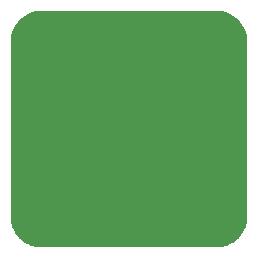
<source format=gbr>
%TF.GenerationSoftware,KiCad,Pcbnew,7.0.5+dfsg-2*%
%TF.CreationDate,2023-08-19T10:49:16+02:00*%
%TF.ProjectId,023-lumped-wilkinson-splitter,3032332d-6c75-46d7-9065-642d77696c6b,1*%
%TF.SameCoordinates,Original*%
%TF.FileFunction,Copper,L2,Bot*%
%TF.FilePolarity,Positive*%
%FSLAX46Y46*%
G04 Gerber Fmt 4.6, Leading zero omitted, Abs format (unit mm)*
G04 Created by KiCad (PCBNEW 7.0.5+dfsg-2) date 2023-08-19 10:49:16*
%MOMM*%
%LPD*%
G01*
G04 APERTURE LIST*
%TA.AperFunction,ComponentPad*%
%ADD10C,0.800000*%
%TD*%
%TA.AperFunction,SMDPad,CuDef*%
%ADD11R,5.200000X3.000000*%
%TD*%
%TA.AperFunction,ComponentPad*%
%ADD12C,3.400000*%
%TD*%
%TA.AperFunction,SMDPad,CuDef*%
%ADD13R,3.000000X5.200000*%
%TD*%
%TA.AperFunction,ViaPad*%
%ADD14C,0.800000*%
%TD*%
G04 APERTURE END LIST*
D10*
%TO.P,J2,2,Pin_2*%
%TO.N,GND*%
X148500000Y-85000000D03*
X146500000Y-85000000D03*
X149000000Y-85500000D03*
X146000000Y-85500000D03*
X148500000Y-86000000D03*
D11*
X147500000Y-86000000D03*
D10*
X146500000Y-86000000D03*
X149000000Y-86500000D03*
X146000000Y-86500000D03*
X148500000Y-87000000D03*
X146500000Y-87000000D03*
%TD*%
D12*
%TO.P,H3,1,1*%
%TO.N,GND*%
X140000000Y-70000000D03*
%TD*%
D10*
%TO.P,J3,2,Pin_2*%
%TO.N,GND*%
X155000000Y-76500000D03*
X155000000Y-78500000D03*
X155500000Y-76000000D03*
X155500000Y-79000000D03*
X156000000Y-76500000D03*
D13*
X156000000Y-77500000D03*
D10*
X156000000Y-78500000D03*
X156500000Y-76000000D03*
X156500000Y-79000000D03*
X157000000Y-76500000D03*
X157000000Y-78500000D03*
%TD*%
D12*
%TO.P,H1,1,1*%
%TO.N,GND*%
X155000000Y-85000000D03*
%TD*%
%TO.P,H2,1,1*%
%TO.N,GND*%
X155000000Y-70000000D03*
%TD*%
D10*
%TO.P,J1,2,Pin_2*%
%TO.N,GND*%
X140000000Y-78500000D03*
X140000000Y-76500000D03*
X139500000Y-79000000D03*
X139500000Y-76000000D03*
X139000000Y-78500000D03*
D13*
X139000000Y-77500000D03*
D10*
X139000000Y-76500000D03*
X138500000Y-79000000D03*
X138500000Y-76000000D03*
X138000000Y-78500000D03*
X138000000Y-76500000D03*
%TD*%
D12*
%TO.P,H4,1,1*%
%TO.N,GND*%
X140000000Y-85000000D03*
%TD*%
D14*
%TO.N,GND*%
X149000000Y-84500000D03*
X146000000Y-84500000D03*
X146000000Y-83500000D03*
X146000000Y-82500000D03*
X149000000Y-82500000D03*
X149000000Y-83500000D03*
X148500000Y-82000000D03*
X148500000Y-83000000D03*
X148500000Y-84000000D03*
X146500000Y-82000000D03*
X146500000Y-83000000D03*
X146500000Y-84000000D03*
X151500000Y-76000000D03*
X152500000Y-76000000D03*
X153500000Y-79000000D03*
X154500000Y-79000000D03*
X154500000Y-76000000D03*
X153500000Y-76000000D03*
X153000000Y-78500000D03*
X154000000Y-78500000D03*
X153000000Y-76500000D03*
X154000000Y-76500000D03*
X142000000Y-78500000D03*
X141500000Y-79000000D03*
X140500000Y-79000000D03*
X141000000Y-78500000D03*
X143500000Y-76000000D03*
X142500000Y-76000000D03*
X140500000Y-76000000D03*
X141500000Y-76000000D03*
X142000000Y-76500000D03*
X141000000Y-76500000D03*
X150000000Y-80000000D03*
X145000000Y-80000000D03*
X142500000Y-80000000D03*
X150000000Y-75000000D03*
X150000000Y-72500000D03*
X150000000Y-70000000D03*
X147500000Y-70000000D03*
X145000000Y-70000000D03*
X142500000Y-70000000D03*
X140000000Y-72500000D03*
X140000000Y-75000000D03*
X140000000Y-80000000D03*
X140000000Y-82500000D03*
X142500000Y-82500000D03*
X142500000Y-85000000D03*
X145000000Y-85000000D03*
X145000000Y-82500000D03*
X150000000Y-85000000D03*
X152500000Y-85000000D03*
X150000000Y-82500000D03*
X152500000Y-80000000D03*
X152500000Y-82500000D03*
X155000000Y-82500000D03*
X155000000Y-80000000D03*
X155000000Y-75000000D03*
X155000000Y-72500000D03*
X152500000Y-75000000D03*
X152500000Y-72500000D03*
X152500000Y-70000000D03*
%TD*%
%TA.AperFunction,Conductor*%
%TO.N,GND*%
G36*
X155001476Y-67500589D02*
G01*
X155099080Y-67506493D01*
X155307148Y-67520131D01*
X155312765Y-67520828D01*
X155449219Y-67545834D01*
X155616297Y-67579068D01*
X155621349Y-67580354D01*
X155760621Y-67623752D01*
X155761733Y-67624115D01*
X155915621Y-67676353D01*
X155919989Y-67678073D01*
X156055750Y-67739174D01*
X156057206Y-67739860D01*
X156200325Y-67810439D01*
X156204041Y-67812474D01*
X156332633Y-67890210D01*
X156334511Y-67891405D01*
X156465970Y-67979243D01*
X156468997Y-67981436D01*
X156587843Y-68074544D01*
X156589928Y-68076272D01*
X156708370Y-68180143D01*
X156710735Y-68182358D01*
X156817640Y-68289263D01*
X156819855Y-68291628D01*
X156923721Y-68410064D01*
X156925454Y-68412155D01*
X157018562Y-68531001D01*
X157020755Y-68534028D01*
X157108593Y-68665487D01*
X157109797Y-68667380D01*
X157187524Y-68795957D01*
X157189559Y-68799673D01*
X157234030Y-68889851D01*
X157260115Y-68942745D01*
X157260847Y-68944298D01*
X157321919Y-69079995D01*
X157323654Y-69084401D01*
X157375879Y-69238254D01*
X157376265Y-69239438D01*
X157419640Y-69378633D01*
X157420931Y-69383706D01*
X157454175Y-69550833D01*
X157479165Y-69687197D01*
X157479871Y-69692888D01*
X157493520Y-69901162D01*
X157497432Y-69965819D01*
X157499410Y-69998524D01*
X157499500Y-70001490D01*
X157499500Y-84998509D01*
X157499410Y-85001476D01*
X157497644Y-85030672D01*
X157493520Y-85098836D01*
X157479871Y-85307110D01*
X157479165Y-85312801D01*
X157454175Y-85449165D01*
X157420931Y-85616292D01*
X157419640Y-85621365D01*
X157376265Y-85760560D01*
X157375879Y-85761744D01*
X157323654Y-85915597D01*
X157321919Y-85920003D01*
X157260847Y-86055700D01*
X157260103Y-86057279D01*
X157189559Y-86200325D01*
X157187524Y-86204041D01*
X157109797Y-86332618D01*
X157108593Y-86334511D01*
X157020755Y-86465970D01*
X157018562Y-86468997D01*
X156925454Y-86587843D01*
X156923704Y-86589954D01*
X156819855Y-86708370D01*
X156817640Y-86710735D01*
X156710735Y-86817640D01*
X156708370Y-86819855D01*
X156589954Y-86923704D01*
X156587843Y-86925454D01*
X156468997Y-87018562D01*
X156465970Y-87020755D01*
X156334511Y-87108593D01*
X156332618Y-87109797D01*
X156204041Y-87187524D01*
X156200325Y-87189559D01*
X156057279Y-87260103D01*
X156055700Y-87260847D01*
X155920003Y-87321919D01*
X155915597Y-87323654D01*
X155761744Y-87375879D01*
X155760560Y-87376265D01*
X155621365Y-87419640D01*
X155616292Y-87420931D01*
X155449165Y-87454175D01*
X155395351Y-87464037D01*
X155312798Y-87479165D01*
X155307113Y-87479870D01*
X155284788Y-87481333D01*
X155098836Y-87493520D01*
X155032463Y-87497536D01*
X155001475Y-87499410D01*
X154998510Y-87499500D01*
X140001490Y-87499500D01*
X139998524Y-87499410D01*
X139965819Y-87497432D01*
X139901162Y-87493520D01*
X139728105Y-87482178D01*
X139692881Y-87479870D01*
X139687205Y-87479166D01*
X139550823Y-87454173D01*
X139383706Y-87420931D01*
X139378633Y-87419640D01*
X139239438Y-87376265D01*
X139238254Y-87375879D01*
X139084401Y-87323654D01*
X139079995Y-87321919D01*
X138944298Y-87260847D01*
X138942745Y-87260115D01*
X138889851Y-87234030D01*
X138799673Y-87189559D01*
X138795957Y-87187524D01*
X138667380Y-87109797D01*
X138665487Y-87108593D01*
X138534028Y-87020755D01*
X138531001Y-87018562D01*
X138412155Y-86925454D01*
X138410064Y-86923721D01*
X138291628Y-86819855D01*
X138289263Y-86817640D01*
X138182358Y-86710735D01*
X138180143Y-86708370D01*
X138076272Y-86589928D01*
X138074544Y-86587843D01*
X137981436Y-86468997D01*
X137979243Y-86465970D01*
X137891405Y-86334511D01*
X137890201Y-86332618D01*
X137812474Y-86204041D01*
X137810439Y-86200325D01*
X137739860Y-86057206D01*
X137739174Y-86055750D01*
X137678073Y-85919989D01*
X137676353Y-85915621D01*
X137624115Y-85761733D01*
X137623752Y-85760621D01*
X137580354Y-85621349D01*
X137579067Y-85616292D01*
X137545834Y-85449219D01*
X137520828Y-85312765D01*
X137520131Y-85307148D01*
X137506493Y-85099080D01*
X137500589Y-85001476D01*
X137500500Y-84998510D01*
X137500500Y-70001488D01*
X137500589Y-69998523D01*
X137506487Y-69901008D01*
X137520131Y-69692847D01*
X137520827Y-69687239D01*
X137545839Y-69550752D01*
X137579070Y-69383693D01*
X137580351Y-69378659D01*
X137623767Y-69239332D01*
X137624099Y-69238314D01*
X137676358Y-69084364D01*
X137678067Y-69080024D01*
X137739195Y-68944203D01*
X137739839Y-68942836D01*
X137810449Y-68799654D01*
X137812462Y-68795978D01*
X137890235Y-68667325D01*
X137891386Y-68665516D01*
X137979259Y-68534004D01*
X137981436Y-68531001D01*
X137993875Y-68515122D01*
X138074571Y-68412122D01*
X138076242Y-68410106D01*
X138180174Y-68291594D01*
X138182343Y-68289278D01*
X138289278Y-68182343D01*
X138291594Y-68180174D01*
X138410106Y-68076242D01*
X138412122Y-68074571D01*
X138531001Y-67981436D01*
X138534004Y-67979259D01*
X138665516Y-67891386D01*
X138667325Y-67890235D01*
X138795978Y-67812462D01*
X138799654Y-67810449D01*
X138942836Y-67739839D01*
X138944203Y-67739195D01*
X139080024Y-67678067D01*
X139084364Y-67676358D01*
X139238314Y-67624099D01*
X139239332Y-67623767D01*
X139378659Y-67580351D01*
X139383693Y-67579070D01*
X139550752Y-67545839D01*
X139687239Y-67520827D01*
X139692847Y-67520131D01*
X139901019Y-67506487D01*
X139998523Y-67500589D01*
X140001490Y-67500500D01*
X154998510Y-67500500D01*
X155001476Y-67500589D01*
G37*
%TD.AperFunction*%
%TD*%
M02*

</source>
